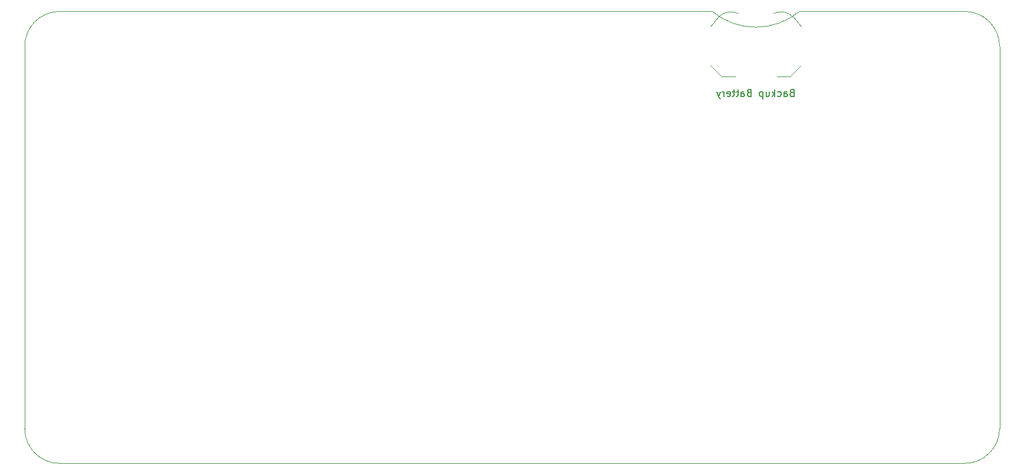
<source format=gbo>
G04 #@! TF.GenerationSoftware,KiCad,Pcbnew,5.1.7+dfsg1-1*
G04 #@! TF.CreationDate,2021-01-19T22:48:43+01:00*
G04 #@! TF.ProjectId,Nixie_proj,4e697869-655f-4707-926f-6a2e6b696361,rev?*
G04 #@! TF.SameCoordinates,Original*
G04 #@! TF.FileFunction,Legend,Bot*
G04 #@! TF.FilePolarity,Positive*
%FSLAX46Y46*%
G04 Gerber Fmt 4.6, Leading zero omitted, Abs format (unit mm)*
G04 Created by KiCad (PCBNEW 5.1.7+dfsg1-1) date 2021-01-19 22:48:43*
%MOMM*%
%LPD*%
G01*
G04 APERTURE LIST*
G04 #@! TA.AperFunction,Profile*
%ADD10C,0.100000*%
G04 #@! TD*
%ADD11C,0.100000*%
%ADD12C,0.150000*%
G04 APERTURE END LIST*
D10*
X146250000Y-50000000D02*
X170000000Y-50000000D01*
X146249999Y-49999999D02*
G75*
G02*
X133750001Y-49999999I-6249999J7499999D01*
G01*
X175000000Y-55000000D02*
G75*
G03*
X170000000Y-50000000I-5000000J0D01*
G01*
X170000000Y-115000000D02*
G75*
G03*
X175000000Y-110000000I0J5000000D01*
G01*
X35000000Y-110000000D02*
G75*
G03*
X40000000Y-115000000I5000000J0D01*
G01*
X40000000Y-50000000D02*
G75*
G03*
X35000000Y-55000000I0J-5000000D01*
G01*
X170000000Y-115000000D02*
X40000000Y-115000000D01*
X175000000Y-55000000D02*
X175000000Y-110000000D01*
X40000000Y-50000000D02*
X133750000Y-50000000D01*
X35000000Y-110000000D02*
X35000000Y-55000000D01*
D11*
X133450000Y-57750000D02*
X135100000Y-59400000D01*
X144900000Y-59400000D02*
X146550000Y-57750000D01*
X144900000Y-59400000D02*
X143000000Y-59400000D01*
X135100000Y-59400000D02*
X137000000Y-59400000D01*
X133450000Y-52150000D02*
X134600000Y-50800000D01*
X146550000Y-52150000D02*
X145400000Y-50800000D01*
X137495902Y-50302393D02*
G75*
G03*
X134600000Y-50800000I-1095902J-2297607D01*
G01*
X142501694Y-50303542D02*
G75*
G02*
X145400000Y-50800000I1098306J-2296458D01*
G01*
D12*
X145142857Y-61678571D02*
X145000000Y-61726190D01*
X144952380Y-61773809D01*
X144904761Y-61869047D01*
X144904761Y-62011904D01*
X144952380Y-62107142D01*
X145000000Y-62154761D01*
X145095238Y-62202380D01*
X145476190Y-62202380D01*
X145476190Y-61202380D01*
X145142857Y-61202380D01*
X145047619Y-61250000D01*
X145000000Y-61297619D01*
X144952380Y-61392857D01*
X144952380Y-61488095D01*
X145000000Y-61583333D01*
X145047619Y-61630952D01*
X145142857Y-61678571D01*
X145476190Y-61678571D01*
X144047619Y-62202380D02*
X144047619Y-61678571D01*
X144095238Y-61583333D01*
X144190476Y-61535714D01*
X144380952Y-61535714D01*
X144476190Y-61583333D01*
X144047619Y-62154761D02*
X144142857Y-62202380D01*
X144380952Y-62202380D01*
X144476190Y-62154761D01*
X144523809Y-62059523D01*
X144523809Y-61964285D01*
X144476190Y-61869047D01*
X144380952Y-61821428D01*
X144142857Y-61821428D01*
X144047619Y-61773809D01*
X143142857Y-62154761D02*
X143238095Y-62202380D01*
X143428571Y-62202380D01*
X143523809Y-62154761D01*
X143571428Y-62107142D01*
X143619047Y-62011904D01*
X143619047Y-61726190D01*
X143571428Y-61630952D01*
X143523809Y-61583333D01*
X143428571Y-61535714D01*
X143238095Y-61535714D01*
X143142857Y-61583333D01*
X142714285Y-62202380D02*
X142714285Y-61202380D01*
X142619047Y-61821428D02*
X142333333Y-62202380D01*
X142333333Y-61535714D02*
X142714285Y-61916666D01*
X141476190Y-61535714D02*
X141476190Y-62202380D01*
X141904761Y-61535714D02*
X141904761Y-62059523D01*
X141857142Y-62154761D01*
X141761904Y-62202380D01*
X141619047Y-62202380D01*
X141523809Y-62154761D01*
X141476190Y-62107142D01*
X141000000Y-61535714D02*
X141000000Y-62535714D01*
X141000000Y-61583333D02*
X140904761Y-61535714D01*
X140714285Y-61535714D01*
X140619047Y-61583333D01*
X140571428Y-61630952D01*
X140523809Y-61726190D01*
X140523809Y-62011904D01*
X140571428Y-62107142D01*
X140619047Y-62154761D01*
X140714285Y-62202380D01*
X140904761Y-62202380D01*
X141000000Y-62154761D01*
X139000000Y-61678571D02*
X138857142Y-61726190D01*
X138809523Y-61773809D01*
X138761904Y-61869047D01*
X138761904Y-62011904D01*
X138809523Y-62107142D01*
X138857142Y-62154761D01*
X138952380Y-62202380D01*
X139333333Y-62202380D01*
X139333333Y-61202380D01*
X139000000Y-61202380D01*
X138904761Y-61250000D01*
X138857142Y-61297619D01*
X138809523Y-61392857D01*
X138809523Y-61488095D01*
X138857142Y-61583333D01*
X138904761Y-61630952D01*
X139000000Y-61678571D01*
X139333333Y-61678571D01*
X137904761Y-62202380D02*
X137904761Y-61678571D01*
X137952380Y-61583333D01*
X138047619Y-61535714D01*
X138238095Y-61535714D01*
X138333333Y-61583333D01*
X137904761Y-62154761D02*
X138000000Y-62202380D01*
X138238095Y-62202380D01*
X138333333Y-62154761D01*
X138380952Y-62059523D01*
X138380952Y-61964285D01*
X138333333Y-61869047D01*
X138238095Y-61821428D01*
X138000000Y-61821428D01*
X137904761Y-61773809D01*
X137571428Y-61535714D02*
X137190476Y-61535714D01*
X137428571Y-61202380D02*
X137428571Y-62059523D01*
X137380952Y-62154761D01*
X137285714Y-62202380D01*
X137190476Y-62202380D01*
X137000000Y-61535714D02*
X136619047Y-61535714D01*
X136857142Y-61202380D02*
X136857142Y-62059523D01*
X136809523Y-62154761D01*
X136714285Y-62202380D01*
X136619047Y-62202380D01*
X135904761Y-62154761D02*
X136000000Y-62202380D01*
X136190476Y-62202380D01*
X136285714Y-62154761D01*
X136333333Y-62059523D01*
X136333333Y-61678571D01*
X136285714Y-61583333D01*
X136190476Y-61535714D01*
X136000000Y-61535714D01*
X135904761Y-61583333D01*
X135857142Y-61678571D01*
X135857142Y-61773809D01*
X136333333Y-61869047D01*
X135428571Y-62202380D02*
X135428571Y-61535714D01*
X135428571Y-61726190D02*
X135380952Y-61630952D01*
X135333333Y-61583333D01*
X135238095Y-61535714D01*
X135142857Y-61535714D01*
X134904761Y-61535714D02*
X134666666Y-62202380D01*
X134428571Y-61535714D02*
X134666666Y-62202380D01*
X134761904Y-62440476D01*
X134809523Y-62488095D01*
X134904761Y-62535714D01*
M02*

</source>
